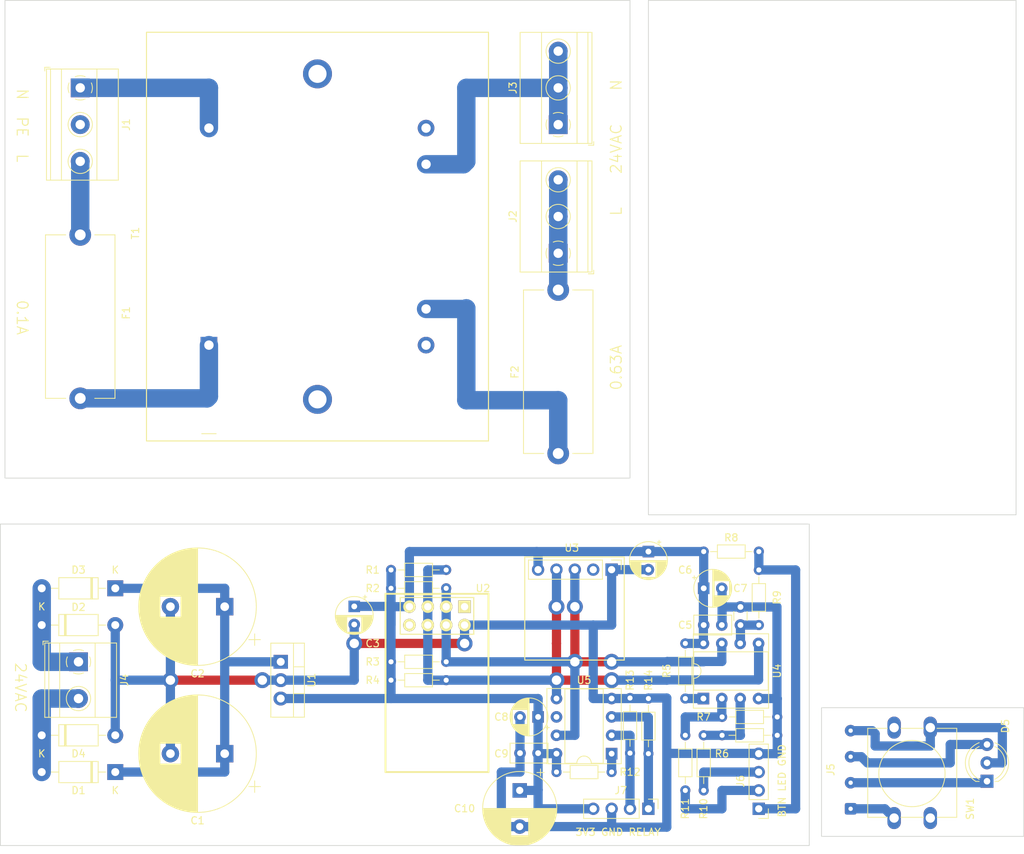
<source format=kicad_pcb>
(kicad_pcb (version 20221018) (generator pcbnew)
  (layers (0 "F.Cu" signal) (31 "B.Cu" signal) (34 "B.Paste" user) (35 "F.Paste" user) (36 "B.SilkS" user "B.Silkscreen") (37 "F.SilkS" user "F.Silkscreen") (38 "B.Mask" user) (39 "F.Mask" user) (44 "Edge.Cuts" user))
  (net 0 "")
  (net 1 "Net-(J1-Pin_1)")
  (net 3 "Net-(J1-Pin_3)")
  (net 4 "Net-(J2-Pin_1)")
  (net 5 "Net-(J3-Pin_1)")
  (net 6 "Net-(T1-AA)")
  (net 7 "Net-(T1-SB)")
  (net 8 "+36V")
  (net 9 "GND")
  (net 10 "Net-(D1-A)")
  (net 11 "Net-(D2-K)")
  (net 12 "VCC")
  (net 13 "Net-(U4-PB1)")
  (net 14 "Net-(J6-Pin_1)")
  (net 15 "Net-(J6-Pin_2)")
  (net 16 "Net-(J6-Pin_3)")
  (net 17 "Net-(U2-RST)")
  (net 18 "Net-(U2-CH_PD)")
  (net 19 "SCL")
  (net 20 "SDA")
  (net 21 "Net-(U4-~{RESET}{slash}PB5)")
  (net 22 "Net-(U4-XTAL2{slash}PB4)")
  (net 23 "Net-(U4-XTAL1{slash}PB3)")
  (net 26 "Net-(D5-A1)")
  (net 27 "Net-(D5-K)")
  (net 28 "Net-(D5-A2)")
  (net 29 "Net-(J5-Pin_1)")
  (net 30 "Net-(U5-~{RESET}{slash}PB5)")
  (net 32 "Net-(J7-Pin_1)")
  (net 33 "Net-(J7-Pin_2)")
  (footprint "Connector_PinHeader_2.54mm:PinHeader_1x04_P2.54mm_Vertical" (layer "F.Cu") (at 124.46 132.08 180)
    (fp_text reference "J6" (at 2.52 3.81 90) (layer "F.SilkS"))
    (fp_text value "Conn_01x04_Pin")
    (pad "1" thru_hole rect (at 0 0 180) (size 1.7 1.7) (drill 1) (layers "*.Cu" "*.Mask") (net 14 "Net-(J6-Pin_1)"))
    (pad "2" thru_hole oval (at 0 2.54 180) (size 1.7 1.7) (drill 1) (layers "*.Cu" "*.Mask") (net 15 "Net-(J6-Pin_2)"))
    (pad "3" thru_hole oval (at 0 5.08 180) (size 1.7 1.7) (drill 1) (layers "*.Cu" "*.Mask") (net 16 "Net-(J6-Pin_3)"))
    (pad "4" thru_hole oval (at 0 7.62 180) (size 1.7 1.7) (drill 1) (layers "*.Cu" "*.Mask") (net 9 "GND"))
  )
  (footprint "Capacitor_THT:C_Disc_D5.0mm_W2.5mm_P2.50mm" (layer "F.Cu") (at 91.48 124.385)
    (fp_text reference "C9" (at -2.58 0.075) (layer "F.SilkS"))
    (fp_text value "100n")
    (pad "1" thru_hole circle (at 0 0) (size 1.6 1.6) (drill 0.8) (layers "*.Cu" "*.Mask") (net 9 "GND"))
    (pad "2" thru_hole circle (at 2.5 0) (size 1.6 1.6) (drill 0.8) (layers "*.Cu" "*.Mask") (net 12 "VCC"))
  )
  (footprint "Resistor_THT:R_Axial_DIN0204_L3.6mm_D1.6mm_P7.62mm_Horizontal" (layer "F.Cu") (at 96.52 127)
    (fp_text reference "R12" (at 10.16 0) (layer "F.SilkS"))
    (fp_text value "30k")
    (pad "1" thru_hole circle (at 0 0) (size 1.4 1.4) (drill 0.7) (layers "*.Cu" "*.Mask") (net 12 "VCC"))
    (pad "2" thru_hole oval (at 7.62 0) (size 1.4 1.4) (drill 0.7) (layers "*.Cu" "*.Mask") (net 30 "Net-(U5-~{RESET}{slash}PB5)"))
  )
  (footprint "Diode_THT:D_DO-41_SOD81_P10.16mm_Horizontal" (layer "F.Cu") (at 35.56 127 180)
    (fp_text reference "D1" (at 5.08 -2.54) (layer "F.SilkS"))
    (fp_text value "1N4007")
    (fp_text user "K" (at 0 -2.54) (layer "F.SilkS"))
    (pad "1" thru_hole rect (at 0 0 180) (size 2.2 2.2) (drill 1.1) (layers "*.Cu" "*.Mask") (net 8 "+36V"))
    (pad "2" thru_hole oval (at 10.16 0 180) (size 2.2 2.2) (drill 1.1) (layers "*.Cu" "*.Mask") (net 10 "Net-(D1-A)"))
  )
  (footprint "Package_DIP:DIP-8_W7.62mm_Socket" (layer "F.Cu") (at 104.14 124.46 180)
    (fp_text reference "U5" (at 3.81 10.16) (layer "F.SilkS"))
    (fp_text value "ATtiny45-20P")
    (pad "1" thru_hole rect (at 0 0 180) (size 1.6 1.6) (drill 0.8) (layers "*.Cu" "*.Mask") (net 30 "Net-(U5-~{RESET}{slash}PB5)"))
    (pad "2" thru_hole oval (at 0 2.54 180) (size 1.6 1.6) (drill 0.8) (layers "*.Cu" "*.Mask") (net 33 "Net-(J7-Pin_2)"))
    (pad "3" thru_hole oval (at 0 5.08 180) (size 1.6 1.6) (drill 0.8) (layers "*.Cu" "*.Mask") (net 32 "Net-(J7-Pin_1)"))
    (pad "4" thru_hole oval (at 0 7.62 180) (size 1.6 1.6) (drill 0.8) (layers "*.Cu" "*.Mask") (net 9 "GND"))
    (pad "5" thru_hole oval (at 7.62 7.62 180) (size 1.6 1.6) (drill 0.8) (layers "*.Cu" "*.Mask") (net 20 "SDA"))
    (pad "6" thru_hole oval (at 7.62 5.08 180) (size 1.6 1.6) (drill 0.8) (layers "*.Cu" "*.Mask"))
    (pad "7" thru_hole oval (at 7.62 2.54 180) (size 1.6 1.6) (drill 0.8) (layers "*.Cu" "*.Mask") (net 19 "SCL"))
    (pad "8" thru_hole oval (at 7.62 0 180) (size 1.6 1.6) (drill 0.8) (layers "*.Cu" "*.Mask") (net 12 "VCC"))
  )
  (footprint "Connector_Wire:SolderWire-0.1sqmm_1x04_P3.6mm_D0.4mm_OD1mm" (layer "F.Cu") (at 137.16 132.08 90)
    (fp_text reference "J5" (at 5.4 -2.75 90) (layer "F.SilkS"))
    (fp_text value "Conn_01x04_Socket")
    (pad "1" thru_hole roundrect (at 0 0 90) (size 1.6 1.6) (drill 0.6) (layers "*.Cu" "*.Mask") (roundrect_rratio 0.15625) (net 29 "Net-(J5-Pin_1)"))
    (pad "2" thru_hole circle (at 3.6 0 90) (size 1.6 1.6) (drill 0.6) (layers "*.Cu" "*.Mask") (net 26 "Net-(D5-A1)"))
    (pad "3" thru_hole circle (at 7.2 0 90) (size 1.6 1.6) (drill 0.6) (layers "*.Cu" "*.Mask") (net 28 "Net-(D5-A2)"))
    (pad "4" thru_hole circle (at 10.8 0 90) (size 1.6 1.6) (drill 0.6) (layers "*.Cu" "*.Mask") (net 27 "Net-(D5-K)"))
  )
  (footprint "TerminalBlock_Phoenix:TerminalBlock_Phoenix_MKDS-1,5-2-5.08_1x02_P5.08mm_Horizontal" (layer "F.Cu") (at 30.48 111.76 -90)
    (fp_text reference "J4" (at 2.54 -6.35 -90) (layer "F.SilkS"))
    (fp_text value "24VAC")
    (pad "1" thru_hole rect (at 0 0 270) (size 2.6 2.6) (drill 1.3) (layers "*.Cu" "*.Mask") (net 11 "Net-(D2-K)"))
    (pad "2" thru_hole circle (at 5.08 0 270) (size 2.6 2.6) (drill 1.3) (layers "*.Cu" "*.Mask") (net 10 "Net-(D1-A)"))
  )
  (footprint "Diode_THT:D_DO-41_SOD81_P10.16mm_Horizontal" (layer "F.Cu") (at 35.56 101.6 180)
    (fp_text reference "D3" (at 5.08 2.54) (layer "F.SilkS"))
    (fp_text value "1N4007")
    (fp_text user "K" (at 0 2.54) (layer "F.SilkS"))
    (pad "1" thru_hole rect (at 0 0 180) (size 2.2 2.2) (drill 1.1) (layers "*.Cu" "*.Mask") (net 8 "+36V"))
    (pad "2" thru_hole oval (at 10.16 0 180) (size 2.2 2.2) (drill 1.1) (layers "*.Cu" "*.Mask") (net 11 "Net-(D2-K)"))
  )
  (footprint "Package_TO_SOT_THT:TO-220-3_Vertical" (layer "F.Cu") (at 58.42 111.76 -90)
    (fp_text reference "U1" (at 2.54 -4.27 90) (layer "F.SilkS"))
    (fp_text value "LF33_TO220")
    (pad "1" thru_hole rect (at 0 0 270) (size 1.905 2) (drill 1.1) (layers "*.Cu" "*.Mask") (net 8 "+36V"))
    (pad "2" thru_hole oval (at 2.54 0 270) (size 1.905 2) (drill 1.1) (layers "*.Cu" "*.Mask") (net 9 "GND"))
    (pad "3" thru_hole oval (at 5.08 0 270) (size 1.905 2) (drill 1.1) (layers "*.Cu" "*.Mask") (net 12 "VCC"))
  )
  (footprint "Resistor_THT:R_Axial_DIN0204_L3.6mm_D1.6mm_P7.62mm_Horizontal" (layer "F.Cu") (at 119.4 121.92)
    (fp_text reference "R6" (at -0.02 2.54) (layer "F.SilkS"))
    (fp_text value "10k")
    (pad "1" thru_hole circle (at 0 0) (size 1.4 1.4) (drill 0.7) (layers "*.Cu" "*.Mask") (net 22 "Net-(U4-XTAL2{slash}PB4)"))
    (pad "2" thru_hole oval (at 7.62 0) (size 1.4 1.4) (drill 0.7) (layers "*.Cu" "*.Mask") (net 9 "GND"))
  )
  (footprint "Resistor_THT:R_Axial_DIN0204_L3.6mm_D1.6mm_P7.62mm_Horizontal" (layer "F.Cu") (at 73.66 111.76)
    (fp_text reference "R3" (at -2.54 0) (layer "F.SilkS"))
    (fp_text value "4.7k")
    (pad "1" thru_hole circle (at 0 0) (size 1.4 1.4) (drill 0.7) (layers "*.Cu" "*.Mask") (net 12 "VCC"))
    (pad "2" thru_hole oval (at 7.62 0) (size 1.4 1.4) (drill 0.7) (layers "*.Cu" "*.Mask") (net 19 "SCL"))
  )
  (footprint "TerminalBlock_Phoenix:TerminalBlock_Phoenix_MKDS-1,5-3-5.08_1x03_P5.08mm_Horizontal" (layer "F.Cu") (at 96.76 37.5 90)
    (fp_text reference "J3" (at 5.08 -6.26 90) (layer "F.SilkS"))
    (fp_text value "24VAC N")
    (pad "1" thru_hole rect (at 0 0 90) (size 2.6 2.6) (drill 1.3) (layers "*.Cu" "*.Mask") (net 5 "Net-(J3-Pin_1)"))
    (pad "2" thru_hole circle (at 5.08 0 90) (size 2.6 2.6) (drill 1.3) (layers "*.Cu" "*.Mask") (net 5 "Net-(J3-Pin_1)"))
    (pad "3" thru_hole circle (at 10.16 0 90) (size 2.6 2.6) (drill 1.3) (layers "*.Cu" "*.Mask") (net 5 "Net-(J3-Pin_1)"))
  )
  (footprint "IrriGator:DS3231-MINI-RTC" (layer "F.Cu") (at 104.135 99.02 180)
    (fp_text reference "U3" (at 5.5 3) (layer "F.SilkS"))
    (fp_text value "DS3231-MINI-RTC")
    (pad "1" thru_hole rect (at 0 0 270) (size 1.7 1.7) (drill 1) (layers "*.Cu" "*.Mask") (net 9 "GND"))
    (pad "2" thru_hole oval (at 2.54 0 270) (size 1.7 1.7) (drill 1) (layers "*.Cu" "*.Mask"))
    (pad "3" thru_hole oval (at 5.08 0 270) (size 1.7 1.7) (drill 1) (layers "*.Cu" "*.Mask") (net 19 "SCL"))
    (pad "4" thru_hole oval (at 7.62 0 270) (size 1.7 1.7) (drill 1) (layers "*.Cu" "*.Mask") (net 20 "SDA"))
    (pad "5" thru_hole oval (at 10.16 0 270) (size 1.7 1.7) (drill 1) (layers "*.Cu" "*.Mask") (net 12 "VCC"))
  )
  (footprint "ESP8266:ESP-01" (layer "F.Cu") (at 83.82 104.14 -90)
    (fp_text reference "U2" (at -2.54 -2.54 -180) (layer "F.SilkS"))
    (fp_text value "ESP-01v090")
    (pad "1" thru_hole rect (at 0 0 270) (size 1.7272 1.7272) (drill 1.016) (layers "*.Cu" "*.Mask" "F.SilkS"))
    (pad "2" thru_hole oval (at 2.54 0 270) (size 1.7272 1.7272) (drill 1.016) (layers "*.Cu" "*.Mask" "F.SilkS") (net 9 "GND"))
    (pad "3" thru_hole oval (at 0 2.54 270) (size 1.7272 1.7272) (drill 1.016) (layers "*.Cu" "*.Mask" "F.SilkS") (net 18 "Net-(U2-CH_PD)"))
    (pad "4" thru_hole oval (at 2.54 2.54 270) (size 1.7272 1.7272) (drill 1.016) (layers "*.Cu" "*.Mask" "F.SilkS") (net 19 "SCL"))
    (pad "5" thru_hole oval (at 0 5.08 270) (size 1.7272 1.7272) (drill 1.016) (layers "*.Cu" "*.Mask" "F.SilkS") (net 17 "Net-(U2-RST)"))
    (pad "6" thru_hole oval (at 2.54 5.08 270) (size 1.7272 1.7272) (drill 1.016) (layers "*.Cu" "*.Mask" "F.SilkS") (net 20 "SDA"))
    (pad "7" thru_hole oval (at 0 7.62 270) (size 1.7272 1.7272) (drill 1.016) (layers "*.Cu" "*.Mask" "F.SilkS") (net 12 "VCC"))
    (pad "8" thru_hole oval (at 2.54 7.62 270) (size 1.7272 1.7272) (drill 1.016) (layers "*.Cu" "*.Mask" "F.SilkS"))
  )
  (footprint "Resistor_THT:R_Axial_DIN0204_L3.6mm_D1.6mm_P7.62mm_Horizontal" (layer "F.Cu") (at 73.66 99.06)
    (fp_text reference "R1" (at -2.54 0) (layer "F.SilkS"))
    (fp_text value "10k")
    (pad "1" thru_hole circle (at 0 0) (size 1.4 1.4) (drill 0.7) (layers "*.Cu" "*.Mask") (net 12 "VCC"))
    (pad "2" thru_hole oval (at 7.62 0) (size 1.4 1.4) (drill 0.7) (layers "*.Cu" "*.Mask") (net 17 "Net-(U2-RST)"))
  )
  (footprint "IrriGator:MYRRA 44306 PCB Transformer 1x24V 16VA 230V" (layer "F.Cu") (at 48.5 37.98 -90)
    (fp_text reference "T1" (at 14.525 10.16 90 unlocked) (layer "F.SilkS"))
    (fp_text value "24V 16VA")
    (pad "" thru_hole circle (at -7.5 -15 270) (size 4 4) (drill 2.5) (layers "*.Cu" "*.Mask"))
    (pad "" thru_hole circle (at 37.5 -15 270) (size 4 4) (drill 2.5) (layers "*.Cu" "*.Mask"))
    (pad "1" thru_hole rect (at 30 0 270) (size 2.3 2.3) (drill 1.3) (layers "*.Cu" "*.Mask") (net 6 "Net-(T1-AA)"))
    (pad "7" thru_hole circle (at 0 0 270) (size 2.3 2.3) (drill 1.3) (layers "*.Cu" "*.Mask") (net 1 "Net-(J1-Pin_1)"))
    (pad "8" thru_hole circle (at 0 -30 270) (size 2.3 2.3) (drill 1.3) (layers "*.Cu" "*.Mask"))
    (pad "9" thru_hole circle (at 5 -30 270) (size 2.3 2.3) (drill 1.3) (layers "*.Cu" "*.Mask") (net 5 "Net-(J3-Pin_1)"))
    (pad "13" thru_hole circle (at 25 -30 270) (size 2.3 2.3) (drill 1.3) (layers "*.Cu" "*.Mask") (net 7 "Net-(T1-SB)"))
    (pad "14" thru_hole circle (at 30 -30 270) (size 2.3 2.3) (drill 1.3) (layers "*.Cu" "*.Mask"))
  )
  (footprint "Capacitor_THT:CP_Radial_D5.0mm_P2.50mm" (layer "F.Cu") (at 116.86 101.6)
    (fp_text reference "C6" (at -2.56 -2.54) (layer "F.SilkS"))
    (fp_text value "10u")
    (pad "1" thru_hole rect (at 0 0) (size 1.6 1.6) (drill 0.8) (layers "*.Cu" "*.Mask") (net 12 "VCC"))
    (pad "2" thru_hole circle (at 2.5 0) (size 1.6 1.6) (drill 0.8) (layers "*.Cu" "*.Mask") (net 9 "GND"))
  )
  (footprint "Capacitor_THT:CP_Radial_D16.0mm_P7.50mm" (layer "F.Cu") (at 50.68 104.14 180)
    (fp_text reference "C2" (at 3.75 -9.25) (layer "F.SilkS"))
    (fp_text value "1000u")
    (pad "1" thru_hole rect (at 0 0 180) (size 2.4 2.4) (drill 1.2) (layers "*.Cu" "*.Mask") (net 8 "+36V"))
    (pad "2" thru_hole circle (at 7.5 0 180) (size 2.4 2.4) (drill 1.2) (layers "*.Cu" "*.Mask") (net 9 "GND"))
  )
  (footprint "Capacitor_THT:CP_Radial_D16.0mm_P7.50mm" (layer "F.Cu") (at 50.68 124.46 180)
    (fp_text reference "C1" (at 3.75 -9.25) (layer "F.SilkS"))
    (fp_text value "2200u")
    (pad "1" thru_hole rect (at 0 0 180) (size 2.4 2.4) (drill 1.2) (layers "*.Cu" "*.Mask") (net 8 "+36V"))
    (pad "2" thru_hole circle (at 7.5 0 180) (size 2.4 2.4) (drill 1.2) (layers "*.Cu" "*.Mask") (net 9 "GND"))
  )
  (footprint "TerminalBlock_Phoenix:TerminalBlock_Phoenix_MKDS-1,5-3-5.08_1x03_P5.08mm_Horizontal" (layer "F.Cu") (at 96.76 55.28 90)
    (fp_text reference "J2" (at 5.08 -6.26 90) (layer "F.SilkS"))
    (fp_text value "24VAC L")
    (pad "1" thru_hole rect (at 0 0 90) (size 2.6 2.6) (drill 1.3) (layers "*.Cu" "*.Mask") (net 4 "Net-(J2-Pin_1)"))
    (pad "2" thru_hole circle (at 5.08 0 90) (size 2.6 2.6) (drill 1.3) (layers "*.Cu" "*.Mask") (net 4 "Net-(J2-Pin_1)"))
    (pad "3" thru_hole circle (at 10.16 0 90) (size 2.6 2.6) (drill 1.3) (layers "*.Cu" "*.Mask") (net 4 "Net-(J2-Pin_1)"))
  )
  (footprint "Diode_THT:D_DO-41_SOD81_P10.16mm_Horizontal" (layer "F.Cu") (at 25.4 106.68)
    (fp_text reference "D2" (at 5.08 -2.47) (layer "F.SilkS"))
    (fp_text value "1N4007")
    (fp_text user "K" (at 0 -2.54) (layer "F.SilkS"))
    (pad "1" thru_hole rect (at 0 0) (size 2.2 2.2) (drill 1.1) (layers "*.Cu" "*.Mask") (net 11 "Net-(D2-K)"))
    (pad "2" thru_hole oval (at 10.16 0) (size 2.2 2.2) (drill 1.1) (layers "*.Cu" "*.Mask") (net 9 "GND"))
  )
  (footprint "Capacitor_THT:CP_Radial_D5.0mm_P2.50mm" (layer "F.Cu") (at 68.58 104.1 -90)
    (fp_text reference "C3" (at 5.12 -2.54 -180) (layer "F.SilkS"))
    (fp_text value "100u")
    (pad "1" thru_hole rect (at 0 0 270) (size 1.6 1.6) (drill 0.8) (layers "*.Cu" "*.Mask") (net 12 "VCC"))
    (pad "2" thru_hole circle (at 2.5 0 270) (size 1.6 1.6) (drill 0.8) (layers "*.Cu" "*.Mask") (net 9 "GND"))
  )
  (footprint "TerminalBlock_Phoenix:TerminalBlock_Phoenix_MKDS-1,5-3-5.08_1x03_P5.08mm_Horizontal" (layer "F.Cu") (at 30.72 32.415 -90)
    (fp_text reference "J1" (at 5.085 -6.35 -90) (layer "F.SilkS"))
    (fp_text value "230VAC")
    (pad "1" thru_hole rect (at 0 0 270) (size 2.6 2.6) (drill 1.3) (layers "*.Cu" "*.Mask") (net 1 "Net-(J1-Pin_1)"))
    (pad "2" thru_hole circle (at 5.08 0 270) (size 2.6 2.6) (drill 1.3) (layers "*.Cu" "*.Mask"))
    (pad "3" thru_hole circle (at 10.16 0 270) (size 2.6 2.6) (drill 1.3) (layers "*.Cu" "*.Mask") (net 3 "Net-(J1-Pin_3)"))
  )
  (footprint "Resistor_THT:R_Axial_DIN0204_L3.6mm_D1.6mm_P7.62mm_Horizontal" (layer "F.Cu") (at 114.32 121.92 -90)
    (fp_text reference "R11" (at 10.16 0.02 90) (layer "F.SilkS"))
    (fp_text value "100")
    (pad "1" thru_hole circle (at 0 0 270) (size 1.4 1.4) (drill 0.7) (layers "*.Cu" "*.Mask") (net 23 "Net-(U4-XTAL1{slash}PB3)"))
    (pad "2" thru_hole oval (at 7.62 0 270) (size 1.4 1.4) (drill 0.7) (layers "*.Cu" "*.Mask") (net 15 "Net-(J6-Pin_2)"))
  )
  (footprint "Capacitor_THT:CP_Radial_D5.0mm_P2.50mm" (layer "F.Cu") (at 109.22 96.52 -90)
    (fp_text reference "C4" hide)
    (fp_text value "10u")
    (pad "1" thru_hole rect (at 0 0 270) (size 1.6 1.6) (drill 0.8) (layers "*.Cu" "*.Mask") (net 12 "VCC"))
    (pad "2" thru_hole circle (at 2.5 0 270) (size 1.6 1.6) (drill 0.8) (layers "*.Cu" "*.Mask") (net 9 "GND"))
  )
  (footprint "Capacitor_THT:C_Disc_D3.0mm_W1.6mm_P2.50mm" (layer "F.Cu") (at 121.94 106.68 90)
    (fp_text reference "C7" (at 5.08 -0.02 180) (layer "F.SilkS"))
    (fp_text value "10n")
    (pad "1" thru_hole circle (at 0 0 90) (size 1.6 1.6) (drill 0.8) (layers "*.Cu" "*.Mask") (net 13 "Net-(U4-PB1)"))
    (pad "2" thru_hole circle (at 2.5 0 90) (size 1.6 1.6) (drill 0.8) (layers "*.Cu" "*.Mask") (net 9 "GND"))
  )
  (footprint "Resistor_THT:R_Axial_DIN0204_L3.6mm_D1.6mm_P7.62mm_Horizontal" (layer "F.Cu") (at 114.32 109.22 -90)
    (fp_text reference "R5" (at 3.81 2.56 90) (layer "F.SilkS"))
    (fp_text value "30k")
    (pad "1" thru_hole circle (at 0 0 270) (size 1.4 1.4) (drill 0.7) (layers "*.Cu" "*.Mask") (net 12 "VCC"))
    (pad "2" thru_hole oval (at 7.62 0 270) (size 1.4 1.4) (drill 0.7) (layers "*.Cu" "*.Mask") (net 21 "Net-(U4-~{RESET}{slash}PB5)"))
  )
  (footprint "Resistor_THT:R_Axial_DIN0204_L3.6mm_D1.6mm_P7.62mm_Horizontal" (layer "F.Cu") (at 116.86 96.52)
    (fp_text reference "R8" (at 3.81 -1.92) (layer "F.SilkS"))
    (fp_text value "10k")
    (pad "1" thru_hole circle (at 0 0) (size 1.4 1.4) (drill 0.7) (layers "*.Cu" "*.Mask") (net 12 "VCC"))
    (pad "2" thru_hole oval (at 7.62 0) (size 1.4 1.4) (drill 0.7) (layers "*.Cu" "*.Mask") (net 14 "Net-(J6-Pin_1)"))
  )
  (footprint "Resistor_THT:R_Axial_DIN0204_L3.6mm_D1.6mm_P7.62mm_Horizontal" (layer "F.Cu") (at 106.68 124.385 90)
    (fp_text reference "R13" (at 10.085 0 90) (layer "F.SilkS"))
    (fp_text value "10k")
    (pad "1" thru_hole circle (at 0 0 90) (size 1.4 1.4) (drill 0.7) (layers "*.Cu" "*.Mask") (net 33 "Net-(J7-Pin_2)"))
    (pad "2" thru_hole oval (at 7.62 0 90) (size 1.4 1.4) (drill 0.7) (layers "*.Cu" "*.Mask") (net 9 "GND"))
  )
  (footprint "Fuse:Fuseholder_Cylinder-5x20mm_Stelvio-Kontek_PTF78_Horizontal_Open" (layer "F.Cu") (at 30.72 52.74 -90)
    (fp_text reference "F1" (at 10.795 -6.35 -90) (layer "F.SilkS"))
    (fp_text value "100mA")
    (pad "1" thru_hole circle (at 0 0 270) (size 3 3) (drill 1.5) (layers "*.Cu" "*.Mask") (net 3 "Net-(J1-Pin_3)"))
    (pad "2" thru_hole circle (at 22.6 0 270) (size 3 3) (drill 1.5) (layers "*.Cu" "*.Mask") (net 6 "Net-(T1-AA)"))
  )
  (footprint "Fuse:Fuseholder_Cylinder-5x20mm_Stelvio-Kontek_PTF78_Horizontal_Open" (layer "F.Cu") (at 96.76 82.96 90)
    (fp_text reference "F2" (at 11.25 -6 90) (layer "F.SilkS"))
    (fp_text value "630mA")
    (pad "1" thru_hole circle (at 0 0 90) (size 3 3) (drill 1.5) (layers "*.Cu" "*.Mask") (net 7 "Net-(T1-SB)"))
    (pad "2" thru_hole circle (at 22.6 0 90) (size 3 3) (drill 1.5) (layers "*.Cu" "*.Mask") (net 4 "Net-(J2-Pin_1)"))
  )
  (footprint "Resistor_THT:R_Axial_DIN0204_L3.6mm_D1.6mm_P7.62mm_Horizontal" (layer "F.Cu") (at 119.4 119.38)
    (fp_text reference "R7" (at -2.56 0) (layer "F.SilkS"))
    (fp_text value "10k")
    (pad "1" thru_hole circle (at 0 0) (size 1.4 1.4) (drill 0.7) (layers "*.Cu" "*.Mask") (net 23 "Net-(U4-XTAL1{slash}PB3)"))
    (pad "2" thru_hole oval (at 7.62 0) (size 1.4 1.4) (drill 0.7) (layers "*.Cu" "*.Mask") (net 9 "GND"))
  )
  (footprint "Package_DIP:DIP-8_W7.62mm_Socket" (layer "F.Cu") (at 116.82 116.84 90)
    (fp_text reference "U4" (at 3.81 10.18 90) (layer "F.SilkS"))
    (fp_text value "ATtiny45-20P")
    (pad "1" thru_hole rect (at 0 0 90) (size 1.6 1.6) (drill 0.8) (layers "*.Cu" "*.Mask") (net 21 "Net-(U4-~{RESET}{slash}PB5)"))
    (pad "2" thru_hole oval (at 0 2.54 90) (size 1.6 1.6) (drill 0.8) (layers "*.Cu" "*.Mask") (net 23 "Net-(U4-XTAL1{slash}PB3)"))
    (pad "3" thru_hole oval (at 0 5.08 90) (size 1.6 1.6) (drill 0.8) (layers "*.Cu" "*.Mask") (net 22 "Net-(U4-XTAL2{slash}PB4)"))
    (pad "4" thru_hole oval (at 0 7.62 90) (size 1.6 1.6) (drill 0.8) (layers "*.Cu" "*.Mask") (net 9 "GND"))
    (pad "5" thru_hole oval (at 7.62 7.62 90) (size 1.6 1.6) (drill 0.8) (layers "*.Cu" "*.Mask") (net 20 "SDA"))
    (pad "6" thru_hole oval (at 7.62 5.08 90) (size 1.6 1.6) (drill 0.8) (layers "*.Cu" "*.Mask") (net 13 "Net-(U4-PB1)"))
    (pad "7" thru_hole oval (at 7.62 2.54 90) (size 1.6 1.6) (drill 0.8) (layers "*.Cu" "*.Mask") (net 19 "SCL"))
    (pad "8" thru_hole oval (at 7.62 0 90) (size 1.6 1.6) (drill 0.8) (layers "*.Cu" "*.Mask") (net 12 "VCC"))
  )
  (footprint "Capacitor_THT:CP_Radial_D10.0mm_P5.00mm" (layer "F.Cu") (at 91.44 129.54 -90)
    (fp_text reference "C10" (at 2.5 7.62 -180) (layer "F.SilkS"))
    (fp_text value "470u")
    (pad "1" thru_hole rect (at 0 0 270) (size 2 2) (drill 1) (layers "*.Cu" "*.Mask") (net 12 "VCC"))
    (pad "2" thru_hole circle (at 5 0 270) (size 2 2) (drill 1) (layers "*.Cu" "*.Mask") (net 9 "GND"))
  )
  (footprint "Resistor_THT:R_Axial_DIN0204_L3.6mm_D1.6mm_P7.62mm_Horizontal" (layer "F.Cu") (at 124.48 106.68 90)
    (fp_text reference "R9" (at 3.81 2.52 270) (layer "F.SilkS"))
    (fp_text value "10k")
    (pad "1" thru_hole circle (at 0 0 90) (size 1.4 1.4) (drill 0.7) (layers "*.Cu" "*.Mask") (net 13 "Net-(U4-PB1)"))
    (pad "2" thru_hole oval (at 7.62 0 90) (size 1.4 1.4) (drill 0.7) (layers "*.Cu" "*.Mask") (net 14 "Net-(J6-Pin_1)"))
  )
  (footprint "Resistor_THT:R_Axial_DIN0204_L3.6mm_D1.6mm_P7.62mm_Horizontal" (layer "F.Cu") (at 73.66 101.6)
    (fp_text reference "R2" (at -2.54 0) (layer "F.SilkS"))
    (fp_text value "10k")
    (pad "1" thru_hole circle (at 0 0) (size 1.4 1.4) (drill 0.7) (layers "*.Cu" "*.Mask") (net 12 "VCC"))
    (pad "2" thru_hole oval (at 7.62 0) (size 1.4 1.4) (drill 0.7) (layers "*.Cu" "*.Mask") (net 18 "Net-(U2-CH_PD)"))
  )
  (footprint "Button_Switch_THT:SW_PUSH-12mm" (layer "F.Cu") (at 148.17 120.86 -90)
    (fp_text reference "SW1" (at 11.22 -5.5 90) (layer "F.SilkS"))
    (fp_text value "SW_Push")
    (pad "1" thru_hole oval (at 0 0 270) (size 3.048 1.85) (drill 1.3) (layers "*.Cu" "*.Mask") (net 27 "Net-(D5-K)"))
    (pad "1" thru_hole oval (at 12.5 0 270) (size 3.048 1.85) (drill 1.3) (layers "*.Cu" "*.Mask") (net 27 "Net-(D5-K)"))
    (pad "2" thru_hole oval (at 0 5 270) (size 3.048 1.85) (drill 1.3) (layers "*.Cu" "*.Mask") (net 29 "Net-(J5-Pin_1)"))
    (pad "2" thru_hole oval (at 12.5 5 270) (size 3.048 1.85) (drill 1.3) (layers "*.Cu" "*.Mask") (net 29 "Net-(J5-Pin_1)"))
  )
  (footprint "Resistor_THT:R_Axial_DIN0204_L3.6mm_D1.6mm_P7.62mm_Horizontal" (layer "F.Cu") (at 116.86 121.92 -90)
    (fp_text reference "R10" (at 10.16 0.02 90) (layer "F.SilkS"))
    (fp_text value "10")
    (pad "1" thru_hole circle (at 0 0 270) (size 1.4 1.4) (drill 0.7) (layers "*.Cu" "*.Mask") (net 22 "Net-(U4-XTAL2{slash}PB4)"))
    (pad "2" thru_hole oval (at 7.62 0 270) (size 1.4 1.4) (drill 0.7) (layers "*.Cu" "*.Mask") (net 16 "Net-(J6-Pin_3)"))
  )
  (footprint "Diode_THT:D_DO-41_SOD81_P10.16mm_Horizontal" (layer "F.Cu") (at 25.4 121.92)
    (fp_text reference "D4" (at 5.08 2.54) (layer "F.SilkS"))
    (fp_text value "1N4007")
    (fp_text user "K" (at 0 2.54) (layer "F.SilkS"))
    (pad "1" thru_hole rect (at 0 0) (size 2.2 2.2) (drill 1.1) (layers "*.Cu" "*.Mask") (net 10 "Net-(D1-A)"))
    (pad "2" thru_hole oval (at 10.16 0) (size 2.2 2.2) (drill 1.1) (layers "*.Cu" "*.Mask") (net 9 "GND"))
  )
  (footprint "Capacitor_THT:C_Disc_D5.0mm_W2.5mm_P2.50mm" (layer "F.Cu") (at 119.36 106.68 180)
    (fp_text reference "C5" (at 5.06 0) (layer "F.SilkS"))
    (fp_text value "100n")
    (pad "1" thru_hole circle (at 0 0 180) (size 1.6 1.6) (drill 0.8) (layers "*.Cu" "*.Mask") (net 9 "GND"))
    (pad "2" thru_hole circle (at 2.5 0 180) (size 1.6 1.6) (drill 0.8) (layers "*.Cu" "*.Mask") (net 12 "VCC"))
  )
  (footprint "Resistor_THT:R_Axial_DIN0204_L3.6mm_D1.6mm_P7.62mm_Horizontal" (layer "F.Cu") (at 109.22 124.46 90)
    (fp_text reference "R14" (at 10.16 0 90) (layer "F.SilkS"))
    (fp_text value "10k")
    (pad "1" thru_hole circle (at 0 0 90) (size 1.4 1.4) (drill 0.7) (layers "*.Cu" "*.Mask") (net 32 "Net-(J7-Pin_1)"))
    (pad "2" thru_hole oval (at 7.62 0 90) (size 1.4 1.4) (drill 0.7) (layers "*.Cu" "*.Mask") (net 9 "GND"))
  )
  (footprint "Resistor_THT:R_Axial_DIN0204_L3.6mm_D1.6mm_P7.62mm_Horizontal" (layer "F.Cu") (at 73.66 114.3)
    (fp_text reference "R4" (at -2.54 0) (layer "F.SilkS"))
    (fp_text value "4.7k")
    (pad "1" thru_hole circle (at 0 0) (size 1.4 1.4) (drill 0.7) (layers "*.Cu" "*.Mask") (net 12 "VCC"))
    (pad "2" thru_hole oval (at 7.62 0) (size 1.4 1.4) (drill 0.7) (layers "*.Cu" "*.Mask") (net 20 "SDA"))
  )
  (footprint "Capacitor_THT:CP_Radial_D5.0mm_P2.50mm" (layer "F.Cu") (at 93.98 119.38 180)
    (fp_text reference "C8" (at 5.08 0) (layer "F.SilkS"))
    (fp_text value "10u")
    (pad "1" thru_hole rect (at 0 0 180) (size 1.6 1.6) (drill 0.8) (layers "*.Cu" "*.Mask") (net 12 "VCC"))
    (pad "2" thru_hole circle (at 2.5 0 180) (size 1.6 1.6) (drill 0.8) (layers "*.Cu" "*.Mask") (net 9 "GND"))
  )
  (footprint "LED_THT:LED_D5.0mm-3" (layer "F.Cu") (at 156 128.27 90)
    (fp_text reference "D5" (at 7.62 2.54 90) (layer "F.SilkS"))
    (fp_text value "OS-RBMC 5B31A")
    (pad "1" thru_hole rect (at 0 0 90) (size 1.8 1.8) (drill 0.9) (layers "*.Cu" "*.Mask") (net 26 "Net-(D5-A1)"))
    (pad "2" thru_hole circle (at 2.54 0 90) (size 1.8 1.8) (drill 0.9) (layers "*.Cu" "*.Mask") (net 27 "Net-(D5-K)"))
    (pad "3" thru_hole circle (at 5.08 0 90) (size 1.8 1.8) (drill 0.9) (layers "*.Cu" "*.Mask") (net 28 "Net-(D5-A2)"))
  )
  (footprint "Connector_PinHeader_2.54mm:PinHeader_1x04_P2.54mm_Vertical" (layer "F.Cu") (at 109.22 132.08 -90)
    (fp_text reference "J7" (at -2.54 3.81) (layer "F.SilkS"))
    (fp_text value "Conn_01x04_Pin")
    (pad "1" thru_hole rect (at 0 0 270) (size 1.7 1.7) (drill 1) (layers "*.Cu" "*.Mask") (net 32 "Net-(J7-Pin_1)"))
    (pad "2" thru_hole oval (at 0 2.54 270) (size 1.7 1.7) (drill 1) (layers "*.Cu" "*.Mask") (net 33 "Net-(J7-Pin_2)"))
    (pad "3" thru_hole oval (at 0 5.08 270) (size 1.7 1.7) (drill 1) (layers "*.Cu" "*.Mask") (net 9 "GND"))
    (pad "4" thru_hole oval (at 0 7.62 270) (size 1.7 1.7) (drill 1) (layers "*.Cu" "*.Mask") (net 12 "VCC"))
  )
  (gr_rect (start 109.22 20.32) (end 160.02 91.44) (stroke (width 0.1)) (fill none) (layer "Edge.Cuts"))
  (gr_rect (start 20.32 20.32) (end 106.68 86.36) (stroke (width 0.1)) (fill none) (layer "Edge.Cuts"))
  (gr_rect (start 19.685 92.71) (end 131.445 137.16) (stroke (width 0.1)) (fill none) (layer "Edge.Cuts"))
  (gr_rect (start 133.14 118.11) (end 161.08 135.89) (stroke (width 0.1)) (fill none) (layer "Edge.Cuts"))
  (gr_text "0.63A" (at 105.65 74.33 90) (layer "F.SilkS") (effects (font (size 1.5 1.5)) (justify left bottom)))
  (gr_text "0.1A" (at 21.83 61.63 270) (layer "F.SilkS") (effects (font (size 1.5 1.5)) (justify left bottom)))
  (gr_text "BTN LED GND" (at 128.27 133.35 90) (layer "F.SilkS") (effects (font (size 1 1)) (justify left bottom)))
  (gr_text "L    24VAC    N" (at 105.65 50.2 90) (layer "F.SilkS") (effects (font (size 1.5 1.5)) (justify left bottom)))
  (gr_text "3V3 GND RELAY" (at 99.06 135.89) (layer "F.SilkS") (effects (font (size 1 1)) (justify left bottom)))
  (gr_text "N  PE  L" (at 21.83 32.42 270) (layer "F.SilkS") (effects (font (size 1.5 1.5)) (justify left bottom)))
  (gr_text "24VAC" (at 21.59 111.76 270) (layer "F.SilkS") (effects (font (size 1.5 1.5)) (justify left bottom)))
  (segment (start 48.5 32.42) (end 48.5 37.98) (width 2.54) (layer "B.Cu") (net 1))
  (segment (start 48.495 32.415) (end 48.5 32.42) (width 2.54) (layer "B.Cu") (net 1))
  (segment (start 30.72 32.415) (end 48.495 32.415) (width 2.54) (layer "B.Cu") (net 1))
  (segment (start 30.72 52.74) (end 30.72 42.575) (width 2.54) (layer "B.Cu") (net 3))
  (segment (start 96.76 60.36) (end 96.76 45.12) (width 2.54) (layer "B.Cu") (net 4))
  (segment (start 84.06 32.42) (end 96.76 32.42) (width 2.54) (layer "B.Cu") (net 5))
  (segment (start 83.66 42.98) (end 84.06 42.58) (width 2.54) (layer "B.Cu") (net 5))
  (segment (start 78.5 42.98) (end 83.66 42.98) (width 2.54) (layer "B.Cu") (net 5))
  (segment (start 84.06 42.58) (end 84.06 32.42) (width 2.54) (layer "B.Cu") (net 5))
  (segment (start 96.76 27.34) (end 96.76 32.42) (width 2.54) (layer "B.Cu") (net 5))
  (segment (start 96.76 37.5) (end 96.76 32.42) (width 2.54) (layer "B.Cu") (net 5))
  (segment (start 30.72 75.34) (end 48.24 75.34) (width 2.54) (layer "B.Cu") (net 6))
  (segment (start 48.5 75.08) (end 48.5 67.98) (width 2.54) (layer "B.Cu") (net 6))
  (segment (start 48.24 75.34) (end 48.5 75.08) (width 2.54) (layer "B.Cu") (net 6))
  (segment (start 84.06 62.9) (end 83.98 62.98) (width 2.54) (layer "B.Cu") (net 7))
  (segment (start 83.98 62.98) (end 78.5 62.98) (width 2.54) (layer "B.Cu") (net 7))
  (segment (start 96.76 82.96) (end 96.76 75.6) (width 2.54) (layer "B.Cu") (net 7))
  (segment (start 84.06 75.6) (end 84.06 62.9) (width 2.54) (layer "B.Cu") (net 7))
  (segment (start 96.76 75.6) (end 84.06 75.6) (width 2.54) (layer "B.Cu") (net 7))
  (segment (start 58.42 111.76) (end 50.8 111.76) (width 1.27) (layer "B.Cu") (net 8))
  (segment (start 50.8 111.76) (end 50.68 111.64) (width 1.27) (layer "B.Cu") (net 8))
  (segment (start 50.68 111.64) (end 50.68 124.46) (width 1.27) (layer "B.Cu") (net 8))
  (segment (start 50.68 111.64) (end 50.68 104.14) (width 1.27) (layer "B.Cu") (net 8))
  (segment (start 35.56 127) (end 50.68 127) (width 1.27) (layer "B.Cu") (net 8))
  (segment (start 50.68 104.14) (end 50.68 101.6) (width 1.27) (layer "B.Cu") (net 8))
  (segment (start 50.68 124.46) (end 50.68 127) (width 1.27) (layer "B.Cu") (net 8))
  (segment (start 35.56 101.6) (end 50.68 101.6) (width 1.27) (layer "B.Cu") (net 8))
  (segment (start 55.88 114.3) (end 43.18 114.3) (width 1.27) (layer "F.Cu") (net 9))
  (segment (start 83.82 109.22) (end 68.58 109.22) (width 1.27) (layer "F.Cu") (net 9))
  (via (at 43.18 114.3) (size 2.2) (drill 1.3) (layers "F.Cu" "B.Cu") (net 9))
  (via (at 68.58 109.22) (size 2.2) (drill 1.3) (layers "F.Cu" "B.Cu") (net 9))
  (via (at 55.88 114.3) (size 2.2) (drill 1.3) (layers "F.Cu" "B.Cu") (net 9))
  (via (at 83.82 109.22) (size 2.2) (drill 1.3) (layers "F.Cu" "B.Cu") (net 9))
  (segment (start 88.9 134.46) (end 88.9 127) (width 1.27) (layer "B.Cu") (net 9))
  (segment (start 127.02 124.44) (end 127 124.46) (width 1.27) (layer "B.Cu") (net 9))
  (segment (start 119.44 104.18) (end 119.4 104.14) (width 1.27) (layer "B.Cu") (net 9))
  (segment (start 127.02 116.84) (end 124.44 116.84) (width 1.27) (layer "B.Cu") (net 9))
  (segment (start 91.48 124.385) (end 91.48 119.38) (width 1.27) (layer "B.Cu") (net 9))
  (segment (start 83.82 109.22) (end 83.82 106.68) (width 1.27) (layer "B.Cu") (net 9))
  (segment (start 58.42 114.3) (end 55.88 114.3) (width 1.27) (layer "B.Cu") (net 9))
  (segment (start 104.14 99.025) (end 104.135 99.02) (width 1.27) (layer "B.Cu") (net 9))
  (segment (start 127.02 121.92) (end 127.02 124.44) (width 1.27) (layer "B.Cu") (net 9))
  (segment (start 121.94 104.18) (end 121.94 104.14) (width 1.27) (layer "B.Cu") (net 9))
  (segment (start 104.14 134.62) (end 104.14 132.08) (width 1.27) (layer "B.Cu") (net 9))
  (segment (start 35.56 121.92) (end 35.56 114.3) (width 1.27) (layer "B.Cu") (net 9))
  (segment (start 104.14 106.68) (end 104.14 99.025) (width 1.27) (layer "B.Cu") (net 9))
  (segment (start 111.76 134.62) (end 104.14 134.62) (width 1.27) (layer "B.Cu") (net 9))
  (segment (start 104.135 99.02) (end 109.22 99.02) (width 1.27) (layer "B.Cu") (net 9))
  (segment (start 91.48 127) (end 91.48 124.385) (width 1.27) (layer "B.Cu") (net 9))
  (segment (start 119.4 101.62) (end 119.4 104.14) (width 1.27) (layer "B.Cu") (net 9))
  (segment (start 104.06 134.54) (end 91.44 134.54) (width 1.27) (layer "B.Cu") (net 9))
  (segment (start 124.44 124.42) (end 111.82 124.42) (width 1.27) (layer "B.Cu") (net 9))
  (segment (start 127.02 119.38) (end 127.02 116.84) (width 1.27) (layer "B.Cu") (net 9))
  (segment (start 101.6 106.68) (end 104.14 106.68) (width 1.27) (layer "B.Cu") (net 9))
  (segment (start 121.94 104.18) (end 126.98 104.18) (width 1.27) (layer "B.Cu") (net 9))
  (segment (start 35.56 114.3) (end 35.56 106.68) (width 1.27) (layer "B.Cu") (net 9))
  (segment (start 88.9 127) (end 91.48 127) (width 1.27) (layer "B.Cu") (net 9))
  (segment (start 109.22 116.765) (end 111.76 116.765) (width 1.27) (layer "B.Cu") (net 9))
  (segment (start 88.98 134.54) (end 88.9 134.46) (width 1.27) (layer "B.Cu") (net 9))
  (segment (start 91.44 134.54) (end 88.98 134.54) (width 1.27) (layer "B.Cu") (net 9))
  (segment (start 127.02 119.38) (end 127.02 121.92) (width 1.27) (layer "B.Cu") (net 9))
  (segment (start 121.94 104.18) (end 119.44 104.18) (width 1.27) (layer "B.Cu") (net 9))
  (segment (start 101.6 106.68) (end 83.82 106.68) (width 1.27) (layer "B.Cu") (net 9))
  (segment (start 111.76 116.765) (end 111.76 134.62) (width 1.27) (layer "B.Cu") (net 9))
  (segment (start 104.14 116.84) (end 109.22 116.84) (width 1.27) (layer "B.Cu") (net 9))
  (segment (start 126.98 104.18) (end 126.98 116.8) (width 1.27) (layer "B.Cu") (net 9))
  (segment (start 68.58 114.3) (end 68.58 109.22) (width 1.27) (layer "B.Cu") (net 9))
  (segment (start 101.6 116.84) (end 101.6 106.68) (width 1.27) (layer "B.Cu") (net 9))
  (segment (start 43.18 124.46) (end 43.18 114.3) (width 1.27) (layer "B.Cu") (net 9))
  (segment (start 35.56 114.3) (end 43.18 114.3) (width 1.27) (layer "B.Cu") (net 9))
  (segment (start 104.14 134.62) (end 104.06 134.54) (width 1.27) (layer "B.Cu") (net 9))
  (segment (start 119.4 104.14) (end 119.4 106.66) (width 1.27) (layer "B.Cu") (net 9))
  (segment (start 104.14 116.84) (end 101.6 116.84) (width 1.27) (layer "B.Cu") (net 9))
  (segment (start 127 124.46) (end 124.46 124.46) (width 1.27) (layer "B.Cu") (net 9))
  (segment (start 58.42 114.3) (end 68.58 114.3) (width 1.27) (layer "B.Cu") (net 9))
  (segment (start 126.98 116.8) (end 127.02 116.84) (width 1.27) (layer "B.Cu") (net 9))
  (segment (start 43.18 114.3) (end 43.18 104.14) (width 1.27) (layer "B.Cu") (net 9))
  (segment (start 68.58 109.22) (end 68.58 106.6) (width 1.27) (layer "B.Cu") (net 9))
  (segment (start 25.4 121.92) (end 25.4 127) (width 2.54) (layer "B.Cu") (net 10))
  (segment (start 25.4 116.84) (end 25.4 121.92) (width 2.54) (layer "B.Cu") (net 10))
  (segment (start 25.4 116.84) (end 30.48 116.84) (width 2.54) (layer "B.Cu") (net 10))
  (segment (start 25.4 106.68) (end 25.4 101.6) (width 2.54) (layer "B.Cu") (net 11))
  (segment (start 25.4 111.76) (end 30.48 111.76) (width 2.54) (layer "B.Cu") (net 11))
  (segment (start 25.4 111.76) (end 25.4 106.68) (width 2.54) (layer "B.Cu") (net 11))
  (segment (start 93.975 99.02) (end 93.975 96.728) (width 1.27) (layer "B.Cu") (net 12))
  (segment (start 73.66 101.6) (end 73.66 106.68) (width 1.27) (layer "B.Cu") (net 12))
  (segment (start 116.82 106.68) (end 116.82 101.64) (width 1.27) (layer "B.Cu") (net 12))
  (segment (start 116.82 109.22) (end 116.82 106.68) (width 1.27) (layer "B.Cu") (net 12))
  (segment (start 73.62 104.1) (end 68.58 104.1) (width 1.27) (layer "B.Cu") (net 12))
  (segment (start 73.66 116.84) (end 93.98 116.84) (width 1.27) (layer "B.Cu") (net 12))
  (segment (start 93.905 129.54) (end 91.44 129.54) (width 1.27) (layer "B.Cu") (net 12))
  (segment (start 114.32 109.22) (end 116.82 109.22) (width 1.27) (layer "B.Cu") (net 12))
  (segment (start 93.767 96.52) (end 76.2 96.52) (width 1.27) (layer "B.Cu") (net 12))
  (segment (start 73.66 114.3) (end 73.66 116.84) (width 1.27) (layer "B.Cu") (net 12))
  (segment (start 93.98 129.465) (end 93.98 124.385) (width 1.27) (layer "B.Cu") (net 12))
  (segment (start 116.82 101.64) (end 116.86 101.6) (width 1.27) (layer "B.Cu") (net 12))
  (segment (start 116.86 96.52) (end 116.86 101.6) (width 1.27) (layer "B.Cu") (net 12))
  (segment (start 73.66 114.3) (end 73.66 111.76) (width 1.27) (layer "B.Cu") (net 12))
  (segment (start 93.98 132.08) (end 101.6 132.08) (width 1.27) (layer "B.Cu") (net 12))
  (segment (start 96.52 127) (end 96.52 124.46) (width 1.27) (layer "B.Cu") (net 12))
  (segment (start 96.52 124.46) (end 94.095 124.46) (width 1.27) (layer "B.Cu") (net 12))
  (segment (start 94.095 124.46) (end 93.98 124.345) (width 1.27) (layer "B.Cu") (net 12))
  (segment (start 76.2 96.52) (end 76.2 104.14) (width 1.27) (layer "B.Cu") (net 12))
  (segment (start 116.86 96.52) (end 93.98 96.52) (width 1.27) (layer "B.Cu") (net 12))
  (segment (start 93.98 129.465) (end 93.905 129.54) (width 1.27) (layer "B.Cu") (net 12))
  (segment (start 73.66 111.76) (end 73.66 104.14) (width 1.27) (layer "B.Cu") (net 12))
  (segment (start 73.66 99.06) (end 73.66 101.6) (width 1.27) (layer "B.Cu") (net 12))
  (segment (start 73.66 116.84) (end 58.42 116.84) (width 1.27) (layer "B.Cu") (net 12))
  (segment (start 93.98 116.84) (end 93.98 124.385) (width 1.27) (layer "B.Cu") (net 12))
  (segment (start 73.66 104.14) (end 73.62 104.1) (width 1.27) (layer "B.Cu") (net 12))
  (segment (start 73.66 104.14) (end 76.2 104.14) (width 1.27) (layer "B.Cu") (net 12))
  (segment (start 93.975 96.728) (end 93.767 96.52) (width 1.27) (layer "B.Cu") (net 12))
  (segment (start 93.98 129.465) (end 93.98 132.08) (width 1.27) (layer "B.Cu") (net 12))
  (segment (start 121.94 106.68) (end 124.48 106.68) (width 1.27) (layer "B.Cu") (net 13))
  (segment (start 121.94 109.18) (end 121.9 109.22) (width 1.27) (layer "B.Cu") (net 13))
  (segment (start 121.94 106.68) (end 121.94 109.18) (width 1.27) (layer "B.Cu") (net 13))
  (segment (start 124.48 99.06) (end 129.56 99.06) (width 1.27) (layer "B.Cu") (net 14))
  (segment (start 129.56 132.08) (end 124.46 132.08) (width 1.27) (layer "B.Cu") (net 14))
  (segment (start 124.48 99.06) (end 124.48 96.52) (width 1.27) (layer "B.Cu") (net 14))
  (segment (start 129.56 99.06) (end 129.56 132.08) (width 1.27) (layer "B.Cu") (net 14))
  (segment (start 119.38 129.54) (end 119.38 132.08) (width 1.27) (layer "B.Cu") (net 15))
  (segment (start 124.46 129.54) (end 119.38 129.54) (width 1.27) (layer "B.Cu") (net 15))
  (segment (start 119.38 132.08) (end 114.32 132.08) (width 1.27) (layer "B.Cu") (net 15))
  (segment (start 114.32 132.08) (end 114.32 129.54) (width 1.27) (layer "B.Cu") (net 15))
  (segment (start 124.46 127) (end 116.86 127) (width 1.27) (layer "B.Cu") (net 16))
  (segment (start 116.86 127) (end 116.86 129.54) (width 1.27) (layer "B.Cu") (net 16))
  (segment (start 78.74 99.06) (end 81.28 99.06) (width 1.27) (layer "B.Cu") (net 17))
  (segment (start 78.74 106.68) (end 78.74 99.06) (width 1.27) (layer "B.Cu") (net 17))
  (segment (start 81.28 106.68) (end 81.28 101.6) (width 1.27) (layer "B.Cu") (net 18))
  (segment (start 104.14 111.76) (end 99.06 111.76) (width 1.27) (layer "F.Cu") (net 19))
  (segment (start 99.06 104.14) (end 99.06 111.76) (width 1.27) (layer "F.Cu") (net 19))
  (via (at 104.14 111.76) (size 2.2) (drill 1.3) (layers "F.Cu" "B.Cu") (net 19))
  (via (at 99.06 111.76) (size 2.2) (drill 1.3) (layers "F.Cu" "B.Cu") (net 19))
  (via (at 99.06 104.14) (size 2.2) (drill 1.3) (layers "F.Cu" "B.Cu") (net 19))
  (segment (start 111.82 111.72) (end 111.78 111.76) (width 1.27) (layer "B.Cu") (net 19))
  (segment (start 119.36 109.22) (end 119.36 111.72) (width 1.27) (layer "B.Cu") (net 19))
  (segment (start 81.28 111.76) (end 99.06 111.76) (width 1.27) (layer "B.Cu") (net 19))
  (segment (start 99.05 111.76) (end 99.055 111.755) (width 1.27) (layer "B.Cu") (net 19))
  (segment (start 119.36 111.72) (end 111.82 111.72) (width 1.27) (layer "B.Cu") (net 19))
  (segment (start 99.06 121.92) (end 99.06 111.685) (width 1.27) (layer "B.Cu") (net 19))
  (segment (start 99.055 99.02) (end 99.055 104.135) (width 1.27) (layer "B.Cu") (net 19))
  (segment (start 99.06 104.14) (end 99.055 104.145) (width 1.27) (layer "B.Cu") (net 19))
  (segment (start 99.055 104.135) (end 99.06 104.14) (width 1.27) (layer "B.Cu") (net 19))
  (segment (start 99.06 111.76) (end 99.055 111.755) (width 1.27) (layer "B.Cu") (net 19))
  (segment (start 96.52 121.92) (end 99.06 121.92) (width 1.27) (layer "B.Cu") (net 19))
  (segment (start 116.88 111.76) (end 104.14 111.76) (width 1.27) (layer "B.Cu") (net 19))
  (segment (start 81.28 111.76) (end 81.28 106.68) (width 1.27) (layer "B.Cu") (net 19))
  (segment (start 96.52 114.3) (end 96.52 109.225) (width 1.27) (layer "F.Cu") (net 20))
  (segment (start 104.14 114.3) (end 96.52 114.3) (width 1.27) (layer "F.Cu") (net 20))
  (segment (start 96.52 109.225) (end 96.515 109.22) (width 1.27) (layer "F.Cu") (net 20))
  (segment (start 96.52 104.14) (end 96.52 109.225) (width 1.27) (layer "F.Cu") (net 20))
  (segment (start 96.515 114.295) (end 96.52 114.3) (width 1.27) (layer "F.Cu") (net 20))
  (via (at 96.52 114.3) (size 2.2) (drill 1.3) (layers "F.Cu" "B.Cu") (net 20))
  (via (at 96.52 104.14) (size 2.2) (drill 1.3) (layers "F.Cu" "B.Cu") (net 20))
  (via (at 104.14 114.3) (size 2.2) (drill 1.3) (layers "F.Cu" "B.Cu") (net 20))
  (segment (start 111.82 114.26) (end 111.78 114.3) (width 1.27) (layer "B.Cu") (net 20))
  (segment (start 96.52 104.14) (end 96.52 99.025) (width 1.27) (layer "B.Cu") (net 20))
  (segment (start 96.52 99.025) (end 96.515 99.02) (width 1.27) (layer "B.Cu") (net 20))
  (segment (start 111.78 114.3) (end 104.14 114.3) (width 1.27) (layer "B.Cu") (net 20))
  (segment (start 96.52 114.3) (end 78.74 114.3) (width 1.27) (layer "B.Cu") (net 20))
  (segment (start 96.52 116.84) (end 96.52 114.3) (width 1.27) (layer "B.Cu") (net 20))
  (segment (start 78.74 114.3) (end 78.74 106.68) (width 1.27) (layer "B.Cu") (net 20))
  (segment (start 124.44 114.26) (end 111.82 114.26) (width 1.27) (layer "B.Cu") (net 20))
  (segment (start 124.44 109.22) (end 124.44 114.26) (width 1.27) (layer "B.Cu") (net 20))
  (segment (start 81.28 114.3) (end 78.74 114.3) (width 1.27) (layer "B.Cu") (net 20))
  (segment (start 116.82 116.84) (end 114.32 116.84) (width 1.27) (layer "B.Cu") (net 21))
  (segment (start 116.86 121.92) (end 119.4 121.92) (width 1.27) (layer "B.Cu") (net 22))
  (segment (start 121.94 121.92) (end 119.4 121.92) (width 1.27) (layer "B.Cu") (net 22))
  (segment (start 121.9 121.88) (end 121.94 121.92) (width 1.27) (layer "B.Cu") (net 22))
  (segment (start 121.9 116.84) (end 121.9 121.88) (width 1.27) (layer "B.Cu") (net 22))
  (segment (start 114.32 119.38) (end 114.32 121.92) (width 1.27) (layer "B.Cu") (net 23))
  (segment (start 119.36 119.34) (end 119.4 119.38) (width 1.27) (layer "B.Cu") (net 23))
  (segment (start 119.36 116.84) (end 119.36 119.34) (width 1.27) (layer "B.Cu") (net 23))
  (segment (start 119.4 119.38) (end 114.32 119.38) (width 1.27) (layer "B.Cu") (net 23))
  (segment (start 155.79 128.48) (end 156 128.27) (width 1.27) (layer "B.Cu") (net 26))
  (segment (start 137.16 128.48) (end 155.79 128.48) (width 1.27) (layer "B.Cu") (net 26))
  (segment (start 158.12 121.07) (end 157.91 120.86) (width 1.27) (layer "B.Cu") (net 27))
  (segment (start 148.17 120.86) (end 148.17 123.4) (width 1.27) (layer "B.Cu") (net 27))
  (segment (start 140.55 123.4) (end 140.55 121.7) (width 1.27) (layer "B.Cu") (net 27))
  (segment (start 140.55 121.7) (end 140.13 121.28) (width 1.27) (layer "B.Cu") (net 27))
  (segment (start 140.13 121.28) (end 137.16 121.28) (width 1.27) (layer "B.Cu") (net 27))
  (segment (start 157.91 120.86) (end 148.17 120.86) (width 1.27) (layer "B.Cu") (net 27))
  (segment (start 156 125.73) (end 158.12 125.73) (width 1.27) (layer "B.Cu") (net 27))
  (segment (start 158.12 125.73) (end 158.12 121.07) (width 1.27) (layer "B.Cu") (net 27))
  (segment (start 148.17 123.4) (end 140.55 123.4) (width 1.27) (layer "B.Cu") (net 27))
  (segment (start 138.64 124.88) (end 137.16 124.88) (width 1.27) (layer "B.Cu") (net 28))
  (segment (start 139.49 125.73) (end 138.64 124.88) (width 1.27) (layer "B.Cu") (net 28))
  (segment (start 150.92 123.19) (end 150.92 125.73) (width 1.27) (layer "B.Cu") (net 28))
  (segment (start 150.92 125.73) (end 139.49 125.73) (width 1.27) (layer "B.Cu") (net 28))
  (segment (start 156 123.19) (end 150.92 123.19) (width 1.27) (layer "B.Cu") (net 28))
  (segment (start 141.89 132.08) (end 143.17 133.36) (width 1.27) (layer "B.Cu") (net 29))
  (segment (start 137.16 132.08) (end 141.89 132.08) (width 1.27) (layer "B.Cu") (net 29))
  (segment (start 104.14 124.46) (end 104.14 127) (width 1.27) (layer "B.Cu") (net 30))
  (segment (start 109.145 119.38) (end 104.14 119.38) (width 1.27) (layer "B.Cu") (net 32))
  (segment (start 109.22 132.08) (end 109.22 119.455) (width 1.27) (layer "B.Cu") (net 32))
  (segment (start 109.22 119.455) (end 109.145 119.38) (width 1.27) (layer "B.Cu") (net 32))
  (segment (start 106.68 121.92) (end 104.14 121.92) (width 1.27) (layer "B.Cu") (net 33))
  (segment (start 106.68 132.08) (end 106.68 121.92) (width 1.27) (layer "B.Cu") (net 33))
)
</source>
